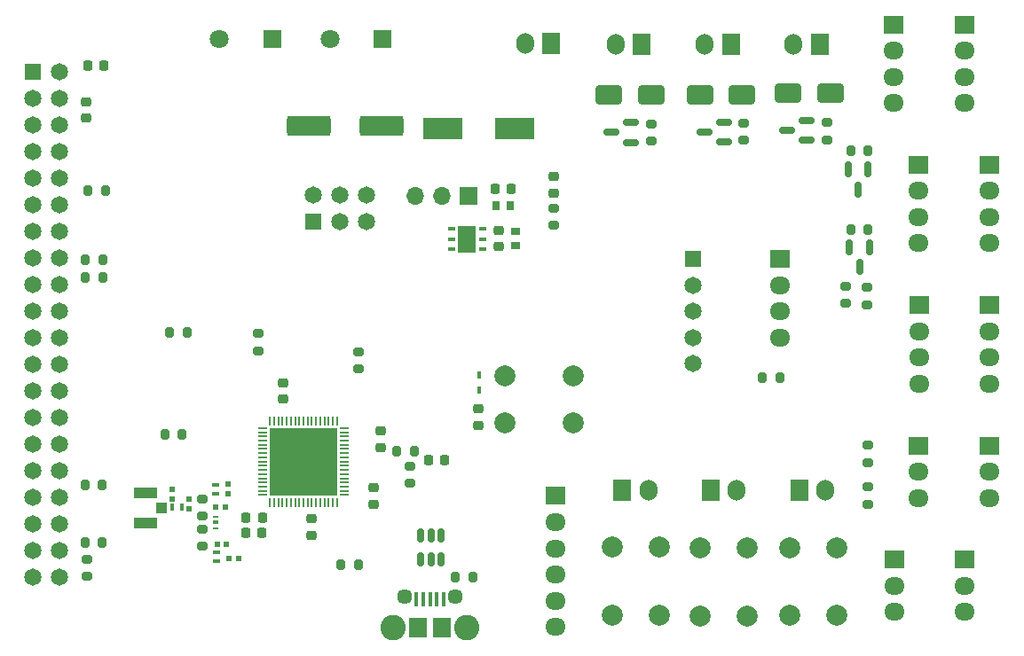
<source format=gbr>
%TF.GenerationSoftware,KiCad,Pcbnew,7.0.7*%
%TF.CreationDate,2023-11-30T10:54:00+01:00*%
%TF.ProjectId,Astroplant_AL,41737472-6f70-46c6-916e-745f414c2e6b,rev?*%
%TF.SameCoordinates,Original*%
%TF.FileFunction,Soldermask,Top*%
%TF.FilePolarity,Negative*%
%FSLAX46Y46*%
G04 Gerber Fmt 4.6, Leading zero omitted, Abs format (unit mm)*
G04 Created by KiCad (PCBNEW 7.0.7) date 2023-11-30 10:54:00*
%MOMM*%
%LPD*%
G01*
G04 APERTURE LIST*
G04 Aperture macros list*
%AMRoundRect*
0 Rectangle with rounded corners*
0 $1 Rounding radius*
0 $2 $3 $4 $5 $6 $7 $8 $9 X,Y pos of 4 corners*
0 Add a 4 corners polygon primitive as box body*
4,1,4,$2,$3,$4,$5,$6,$7,$8,$9,$2,$3,0*
0 Add four circle primitives for the rounded corners*
1,1,$1+$1,$2,$3*
1,1,$1+$1,$4,$5*
1,1,$1+$1,$6,$7*
1,1,$1+$1,$8,$9*
0 Add four rect primitives between the rounded corners*
20,1,$1+$1,$2,$3,$4,$5,0*
20,1,$1+$1,$4,$5,$6,$7,0*
20,1,$1+$1,$6,$7,$8,$9,0*
20,1,$1+$1,$8,$9,$2,$3,0*%
G04 Aperture macros list end*
%ADD10RoundRect,0.225000X0.250000X-0.225000X0.250000X0.225000X-0.250000X0.225000X-0.250000X-0.225000X0*%
%ADD11RoundRect,0.200000X0.200000X0.275000X-0.200000X0.275000X-0.200000X-0.275000X0.200000X-0.275000X0*%
%ADD12RoundRect,0.200000X-0.275000X0.200000X-0.275000X-0.200000X0.275000X-0.200000X0.275000X0.200000X0*%
%ADD13R,0.350000X0.650000*%
%ADD14RoundRect,0.225000X-0.250000X0.225000X-0.250000X-0.225000X0.250000X-0.225000X0.250000X0.225000X0*%
%ADD15RoundRect,0.200000X0.275000X-0.200000X0.275000X0.200000X-0.275000X0.200000X-0.275000X-0.200000X0*%
%ADD16RoundRect,0.200000X-0.200000X-0.275000X0.200000X-0.275000X0.200000X0.275000X-0.200000X0.275000X0*%
%ADD17R,0.600000X0.620000*%
%ADD18C,2.000000*%
%ADD19R,1.950000X1.700000*%
%ADD20O,1.950000X1.700000*%
%ADD21R,1.700000X2.000000*%
%ADD22O,1.700000X2.000000*%
%ADD23R,0.620000X0.600000*%
%ADD24RoundRect,0.250000X1.825000X0.700000X-1.825000X0.700000X-1.825000X-0.700000X1.825000X-0.700000X0*%
%ADD25RoundRect,0.150000X0.587500X0.150000X-0.587500X0.150000X-0.587500X-0.150000X0.587500X-0.150000X0*%
%ADD26RoundRect,0.150000X-0.150000X0.587500X-0.150000X-0.587500X0.150000X-0.587500X0.150000X0.587500X0*%
%ADD27RoundRect,0.062500X-0.062500X0.400000X-0.062500X-0.400000X0.062500X-0.400000X0.062500X0.400000X0*%
%ADD28RoundRect,0.062500X-0.400000X0.062500X-0.400000X-0.062500X0.400000X-0.062500X0.400000X0.062500X0*%
%ADD29R,6.400000X6.400000*%
%ADD30R,1.650000X1.650000*%
%ADD31C,1.650000*%
%ADD32R,0.650000X0.350000*%
%ADD33RoundRect,0.150000X-0.150000X0.512500X-0.150000X-0.512500X0.150000X-0.512500X0.150000X0.512500X0*%
%ADD34R,1.050000X1.000000*%
%ADD35R,2.200000X1.050000*%
%ADD36R,3.800000X2.150000*%
%ADD37RoundRect,0.225000X0.225000X0.250000X-0.225000X0.250000X-0.225000X-0.250000X0.225000X-0.250000X0*%
%ADD38R,0.800000X0.400000*%
%ADD39R,1.750000X2.500000*%
%ADD40R,1.800000X1.800000*%
%ADD41C,1.800000*%
%ADD42R,0.420000X0.700000*%
%ADD43R,0.400000X1.350000*%
%ADD44C,1.450000*%
%ADD45C,2.425000*%
%ADD46R,1.800000X1.900000*%
%ADD47RoundRect,0.225000X-0.225000X-0.250000X0.225000X-0.250000X0.225000X0.250000X-0.225000X0.250000X0*%
%ADD48R,0.750000X0.940000*%
%ADD49RoundRect,0.250000X1.000000X0.650000X-1.000000X0.650000X-1.000000X-0.650000X1.000000X-0.650000X0*%
%ADD50R,0.940000X0.750000*%
%ADD51RoundRect,0.218750X0.218750X0.256250X-0.218750X0.256250X-0.218750X-0.256250X0.218750X-0.256250X0*%
%ADD52R,0.550000X0.280000*%
%ADD53R,0.600000X0.400000*%
%ADD54RoundRect,0.218750X-0.256250X0.218750X-0.256250X-0.218750X0.256250X-0.218750X0.256250X0.218750X0*%
%ADD55R,1.700000X1.700000*%
%ADD56O,1.700000X1.700000*%
G04 APERTURE END LIST*
D10*
%TO.C,C12*%
X108975000Y-108055000D03*
X108975000Y-106505000D03*
%TD*%
D11*
%TO.C,R13*%
X73105000Y-119240000D03*
X71455000Y-119240000D03*
%TD*%
D12*
%TO.C,R11*%
X116200000Y-87335000D03*
X116200000Y-88985000D03*
%TD*%
D13*
%TO.C,L3*%
X80642407Y-115902000D03*
X79792407Y-115902000D03*
%TD*%
D14*
%TO.C,C9*%
X99690000Y-108625000D03*
X99690000Y-110175000D03*
%TD*%
D15*
%TO.C,R5*%
X146110786Y-115619691D03*
X146110786Y-113969691D03*
%TD*%
D16*
%TO.C,R20*%
X79060000Y-108950000D03*
X80710000Y-108950000D03*
%TD*%
D12*
%TO.C,R16*%
X97535000Y-101035000D03*
X97535000Y-102685000D03*
%TD*%
D17*
%TO.C,C6*%
X85200000Y-120754000D03*
X86120000Y-120754000D03*
%TD*%
D18*
%TO.C,SW2*%
X130104000Y-126290000D03*
X130104000Y-119790000D03*
X134604000Y-126290000D03*
X134604000Y-119790000D03*
%TD*%
D19*
%TO.C,J22*%
X150996450Y-83179746D03*
D20*
X150996450Y-85679746D03*
X150996450Y-88179746D03*
X150996450Y-90679746D03*
%TD*%
D19*
%TO.C,J1*%
X116315000Y-114820000D03*
D20*
X116315000Y-117320000D03*
X116315000Y-119820000D03*
X116315000Y-122320000D03*
X116315000Y-124820000D03*
X116315000Y-127320000D03*
%TD*%
D21*
%TO.C,J19*%
X124580500Y-71680500D03*
D22*
X122080500Y-71680500D03*
%TD*%
D19*
%TO.C,J7*%
X150989536Y-110000528D03*
D20*
X150989536Y-112500528D03*
X150989536Y-115000528D03*
%TD*%
D19*
%TO.C,J25*%
X155379724Y-69786663D03*
D20*
X155379724Y-72286663D03*
X155379724Y-74786663D03*
X155379724Y-77286663D03*
%TD*%
D23*
%TO.C,C20*%
X79777302Y-115092834D03*
X79777302Y-114172834D03*
%TD*%
D24*
%TO.C,C3*%
X99750000Y-79490000D03*
X92800000Y-79490000D03*
%TD*%
D16*
%TO.C,R21*%
X71730000Y-85640000D03*
X73380000Y-85640000D03*
%TD*%
D25*
%TO.C,Q5*%
X123535500Y-81045500D03*
X123535500Y-79145500D03*
X121660500Y-80095500D03*
%TD*%
D15*
%TO.C,R19*%
X102440000Y-113620000D03*
X102440000Y-111970000D03*
%TD*%
D12*
%TO.C,R4*%
X144050786Y-94759691D03*
X144050786Y-96409691D03*
%TD*%
%TO.C,R1*%
X146050786Y-94909691D03*
X146050786Y-96559691D03*
%TD*%
D21*
%TO.C,J11*%
X139574000Y-114260000D03*
D22*
X142074000Y-114260000D03*
%TD*%
D26*
%TO.C,Q1*%
X146150786Y-83657191D03*
X144250786Y-83657191D03*
X145200786Y-85532191D03*
%TD*%
D15*
%TO.C,R6*%
X88005000Y-100975000D03*
X88005000Y-99325000D03*
%TD*%
D16*
%TO.C,R22*%
X71470000Y-93950000D03*
X73120000Y-93950000D03*
%TD*%
D19*
%TO.C,J24*%
X157757080Y-83181814D03*
D20*
X157757080Y-85681814D03*
X157757080Y-88181814D03*
X157757080Y-90681814D03*
%TD*%
D10*
%TO.C,C18*%
X110880000Y-90985000D03*
X110880000Y-89435000D03*
%TD*%
D14*
%TO.C,C11*%
X99005000Y-114055000D03*
X99005000Y-115605000D03*
%TD*%
D27*
%TO.C,U2*%
X95485000Y-107642500D03*
X95085000Y-107642500D03*
X94685000Y-107642500D03*
X94285000Y-107642500D03*
X93885000Y-107642500D03*
X93485000Y-107642500D03*
X93085000Y-107642500D03*
X92685000Y-107642500D03*
X92285000Y-107642500D03*
X91885000Y-107642500D03*
X91485000Y-107642500D03*
X91085000Y-107642500D03*
X90685000Y-107642500D03*
X90285000Y-107642500D03*
X89885000Y-107642500D03*
X89485000Y-107642500D03*
X89085000Y-107642500D03*
D28*
X88397500Y-108330000D03*
X88397500Y-108730000D03*
X88397500Y-109130000D03*
X88397500Y-109530000D03*
X88397500Y-109930000D03*
X88397500Y-110330000D03*
X88397500Y-110730000D03*
X88397500Y-111130000D03*
X88397500Y-111530000D03*
X88397500Y-111930000D03*
X88397500Y-112330000D03*
X88397500Y-112730000D03*
X88397500Y-113130000D03*
X88397500Y-113530000D03*
X88397500Y-113930000D03*
X88397500Y-114330000D03*
X88397500Y-114730000D03*
D27*
X89085000Y-115417500D03*
X89485000Y-115417500D03*
X89885000Y-115417500D03*
X90285000Y-115417500D03*
X90685000Y-115417500D03*
X91085000Y-115417500D03*
X91485000Y-115417500D03*
X91885000Y-115417500D03*
X92285000Y-115417500D03*
X92685000Y-115417500D03*
X93085000Y-115417500D03*
X93485000Y-115417500D03*
X93885000Y-115417500D03*
X94285000Y-115417500D03*
X94685000Y-115417500D03*
X95085000Y-115417500D03*
X95485000Y-115417500D03*
D28*
X96172500Y-114730000D03*
X96172500Y-114330000D03*
X96172500Y-113930000D03*
X96172500Y-113530000D03*
X96172500Y-113130000D03*
X96172500Y-112730000D03*
X96172500Y-112330000D03*
X96172500Y-111930000D03*
X96172500Y-111530000D03*
X96172500Y-111130000D03*
X96172500Y-110730000D03*
X96172500Y-110330000D03*
X96172500Y-109930000D03*
X96172500Y-109530000D03*
X96172500Y-109130000D03*
X96172500Y-108730000D03*
X96172500Y-108330000D03*
D29*
X92285000Y-111530000D03*
%TD*%
D30*
%TO.C,J13*%
X129475000Y-92200000D03*
D31*
X129475000Y-94700000D03*
X129475000Y-97200000D03*
X129475000Y-99700000D03*
X129475000Y-102200000D03*
%TD*%
D11*
%TO.C,R24*%
X137725000Y-103490000D03*
X136075000Y-103490000D03*
%TD*%
D12*
%TO.C,R8*%
X142215500Y-79165500D03*
X142215500Y-80815500D03*
%TD*%
D19*
%TO.C,J26*%
X151001390Y-96585449D03*
D20*
X151001390Y-99085449D03*
X151001390Y-101585449D03*
X151001390Y-104085449D03*
%TD*%
D32*
%TO.C,L2*%
X83910000Y-113750000D03*
X83910000Y-114600000D03*
%TD*%
D33*
%TO.C,U1*%
X105400000Y-118600000D03*
X104450000Y-118600000D03*
X103500000Y-118600000D03*
X103500000Y-120875000D03*
X104450000Y-120875000D03*
X105400000Y-120875000D03*
%TD*%
D21*
%TO.C,J8*%
X131104000Y-114300000D03*
D22*
X133604000Y-114300000D03*
%TD*%
D19*
%TO.C,J4*%
X148631294Y-120897123D03*
D20*
X148631294Y-123397123D03*
X148631294Y-125897123D03*
%TD*%
D25*
%TO.C,Q3*%
X140298000Y-80855500D03*
X140298000Y-78955500D03*
X138423000Y-79905500D03*
%TD*%
D30*
%TO.C,J14*%
X93180000Y-88630000D03*
D31*
X93180000Y-86090000D03*
X95720000Y-88630000D03*
X95720000Y-86090000D03*
X98260000Y-88630000D03*
X98260000Y-86090000D03*
%TD*%
D21*
%TO.C,J18*%
X115940500Y-71620500D03*
D22*
X113440500Y-71620500D03*
%TD*%
D11*
%TO.C,R15*%
X73070000Y-113750000D03*
X71420000Y-113750000D03*
%TD*%
%TO.C,R27*%
X102835000Y-110550000D03*
X101185000Y-110550000D03*
%TD*%
D34*
%TO.C,J12*%
X78750000Y-115960000D03*
D35*
X77225000Y-117435000D03*
X77225000Y-114485000D03*
%TD*%
D36*
%TO.C,C4*%
X112400000Y-79690000D03*
X105600000Y-79690000D03*
%TD*%
D37*
%TO.C,C14*%
X88360000Y-116880000D03*
X86810000Y-116880000D03*
%TD*%
D18*
%TO.C,SW4*%
X118015000Y-107850000D03*
X111515000Y-107850000D03*
X118015000Y-103350000D03*
X111515000Y-103350000D03*
%TD*%
%TO.C,SW1*%
X121734000Y-126230000D03*
X121734000Y-119730000D03*
X126234000Y-126230000D03*
X126234000Y-119730000D03*
%TD*%
D19*
%TO.C,J9*%
X157742884Y-109997179D03*
D20*
X157742884Y-112497179D03*
X157742884Y-114997179D03*
%TD*%
D38*
%TO.C,PS1*%
X109385000Y-91232500D03*
X109385000Y-90282500D03*
X109385000Y-89332500D03*
X106385000Y-89332500D03*
X106385000Y-90282500D03*
X106385000Y-91232500D03*
D39*
X107885000Y-90282500D03*
%TD*%
D12*
%TO.C,R14*%
X71635000Y-120855000D03*
X71635000Y-122505000D03*
%TD*%
D40*
%TO.C,J21*%
X99830000Y-71160000D03*
D41*
X94830000Y-71160000D03*
%TD*%
D42*
%TO.C,D1*%
X109085000Y-103290000D03*
X109085000Y-104740000D03*
%TD*%
D43*
%TO.C,J15*%
X103050000Y-124725000D03*
X103700000Y-124725000D03*
X104350000Y-124725000D03*
X105000000Y-124725000D03*
X105650000Y-124725000D03*
D44*
X101925000Y-124400000D03*
X106775000Y-124400000D03*
D45*
X107862000Y-127400000D03*
X100838000Y-127400000D03*
D46*
X103200000Y-127400000D03*
X105500000Y-127400000D03*
%TD*%
D12*
%TO.C,R25*%
X82590000Y-117980000D03*
X82590000Y-119630000D03*
%TD*%
D40*
%TO.C,J20*%
X89280891Y-71175529D03*
D41*
X84280891Y-71175529D03*
%TD*%
D47*
%TO.C,C1*%
X71710000Y-73720000D03*
X73260000Y-73720000D03*
%TD*%
D48*
%TO.C,C16*%
X110620000Y-87070000D03*
X112020000Y-87070000D03*
%TD*%
D16*
%TO.C,R18*%
X79525000Y-99160000D03*
X81175000Y-99160000D03*
%TD*%
D49*
%TO.C,D3*%
X134140500Y-76470500D03*
X130140500Y-76470500D03*
%TD*%
D47*
%TO.C,C17*%
X110585000Y-85510000D03*
X112135000Y-85510000D03*
%TD*%
D19*
%TO.C,J3*%
X155381294Y-120907123D03*
D20*
X155381294Y-123407123D03*
X155381294Y-125907123D03*
%TD*%
D23*
%TO.C,C8*%
X85125000Y-113690000D03*
X85125000Y-114610000D03*
%TD*%
D10*
%TO.C,C10*%
X90315000Y-105575000D03*
X90315000Y-104025000D03*
%TD*%
D19*
%TO.C,J10*%
X137752705Y-92186646D03*
D20*
X137752705Y-94686646D03*
X137752705Y-97186646D03*
X137752705Y-99686646D03*
%TD*%
D21*
%TO.C,J17*%
X133080500Y-71700500D03*
D22*
X130580500Y-71700500D03*
%TD*%
D12*
%TO.C,R9*%
X134315500Y-79190500D03*
X134315500Y-80840500D03*
%TD*%
D50*
%TO.C,C15*%
X112530000Y-90910000D03*
X112530000Y-89510000D03*
%TD*%
D21*
%TO.C,J16*%
X141560500Y-71710500D03*
D22*
X139060500Y-71710500D03*
%TD*%
D51*
%TO.C,D6*%
X105767500Y-111360000D03*
X104192500Y-111360000D03*
%TD*%
D16*
%TO.C,R2*%
X144515786Y-89364691D03*
X146165786Y-89364691D03*
%TD*%
D18*
%TO.C,SW3*%
X138654000Y-126250000D03*
X138654000Y-119750000D03*
X143154000Y-126250000D03*
X143154000Y-119750000D03*
%TD*%
D15*
%TO.C,R26*%
X82600000Y-116735000D03*
X82600000Y-115085000D03*
%TD*%
D52*
%TO.C,FL1*%
X83935000Y-117908000D03*
D53*
X83935000Y-117348000D03*
D52*
X83935000Y-116788000D03*
%TD*%
D11*
%TO.C,R12*%
X108425000Y-122550000D03*
X106775000Y-122550000D03*
%TD*%
D19*
%TO.C,J27*%
X148627429Y-69783309D03*
D20*
X148627429Y-72283309D03*
X148627429Y-74783309D03*
X148627429Y-77283309D03*
%TD*%
D49*
%TO.C,D4*%
X125430500Y-76485500D03*
X121430500Y-76485500D03*
%TD*%
D25*
%TO.C,Q4*%
X132395500Y-81005500D03*
X132395500Y-79105500D03*
X130520500Y-80055500D03*
%TD*%
D32*
%TO.C,L1*%
X84010000Y-120230000D03*
X84010000Y-121080000D03*
%TD*%
D17*
%TO.C,C7*%
X83915000Y-115910000D03*
X84835000Y-115910000D03*
%TD*%
D12*
%TO.C,R7*%
X146120786Y-109984691D03*
X146120786Y-111634691D03*
%TD*%
D37*
%TO.C,C13*%
X88330000Y-118350000D03*
X86780000Y-118350000D03*
%TD*%
D26*
%TO.C,Q2*%
X146280786Y-91097191D03*
X144380786Y-91097191D03*
X145330786Y-92972191D03*
%TD*%
D17*
%TO.C,C19*%
X84035000Y-119400000D03*
X84955000Y-119400000D03*
%TD*%
D54*
%TO.C,D5*%
X116140000Y-84342500D03*
X116140000Y-85917500D03*
%TD*%
D30*
%TO.C,J2*%
X66480000Y-74320000D03*
D31*
X69020000Y-74320000D03*
X66480000Y-76860000D03*
X69020000Y-76860000D03*
X66480000Y-79400000D03*
X69020000Y-79400000D03*
X66480000Y-81940000D03*
X69020000Y-81940000D03*
X66480000Y-84480000D03*
X69020000Y-84480000D03*
X66480000Y-87020000D03*
X69020000Y-87020000D03*
X66480000Y-89560000D03*
X69020000Y-89560000D03*
X66480000Y-92100000D03*
X69020000Y-92100000D03*
X66480000Y-94640000D03*
X69020000Y-94640000D03*
X66480000Y-97180000D03*
X69020000Y-97180000D03*
X66480000Y-99720000D03*
X69020000Y-99720000D03*
X66480000Y-102260000D03*
X69020000Y-102260000D03*
X66480000Y-104800000D03*
X69020000Y-104800000D03*
X66480000Y-107340000D03*
X69020000Y-107340000D03*
X66480000Y-109880000D03*
X69020000Y-109880000D03*
X66480000Y-112420000D03*
X69020000Y-112420000D03*
X66480000Y-114960000D03*
X69020000Y-114960000D03*
X66480000Y-117500000D03*
X69020000Y-117500000D03*
X66480000Y-120040000D03*
X69020000Y-120040000D03*
X66480000Y-122580000D03*
X69020000Y-122580000D03*
%TD*%
D19*
%TO.C,J23*%
X157755786Y-96584691D03*
D20*
X157755786Y-99084691D03*
X157755786Y-101584691D03*
X157755786Y-104084691D03*
%TD*%
D14*
%TO.C,C2*%
X71575000Y-77175000D03*
X71575000Y-78725000D03*
%TD*%
%TO.C,C5*%
X93085000Y-117015000D03*
X93085000Y-118565000D03*
%TD*%
D23*
%TO.C,C21*%
X81390000Y-116060000D03*
X81390000Y-115140000D03*
%TD*%
D16*
%TO.C,R3*%
X144495786Y-81844691D03*
X146145786Y-81844691D03*
%TD*%
%TO.C,R23*%
X71480000Y-92220000D03*
X73130000Y-92220000D03*
%TD*%
D21*
%TO.C,J5*%
X122704000Y-114310000D03*
D22*
X125204000Y-114310000D03*
%TD*%
D12*
%TO.C,R10*%
X125505500Y-79280500D03*
X125505500Y-80930500D03*
%TD*%
D55*
%TO.C,JP5*%
X108015000Y-86200000D03*
D56*
X105475000Y-86200000D03*
X102935000Y-86200000D03*
%TD*%
D11*
%TO.C,R17*%
X97500000Y-121360000D03*
X95850000Y-121360000D03*
%TD*%
D49*
%TO.C,D2*%
X142538000Y-76350500D03*
X138538000Y-76350500D03*
%TD*%
M02*

</source>
